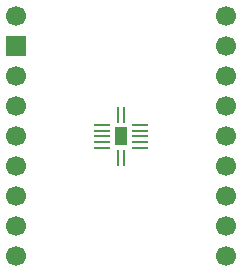
<source format=gts>
G04 #@! TF.GenerationSoftware,KiCad,Pcbnew,9.0.6*
G04 #@! TF.CreationDate,2026-01-02T20:57:35-06:00*
G04 #@! TF.ProjectId,DHVQFN-14_3x2.5_P0.5,44485651-464e-42d3-9134-5f3378322e35,rev?*
G04 #@! TF.SameCoordinates,Original*
G04 #@! TF.FileFunction,Soldermask,Top*
G04 #@! TF.FilePolarity,Negative*
%FSLAX46Y46*%
G04 Gerber Fmt 4.6, Leading zero omitted, Abs format (unit mm)*
G04 Created by KiCad (PCBNEW 9.0.6) date 2026-01-02 20:57:35*
%MOMM*%
%LPD*%
G01*
G04 APERTURE LIST*
G04 Aperture macros list*
%AMRoundRect*
0 Rectangle with rounded corners*
0 $1 Rounding radius*
0 $2 $3 $4 $5 $6 $7 $8 $9 X,Y pos of 4 corners*
0 Add a 4 corners polygon primitive as box body*
4,1,4,$2,$3,$4,$5,$6,$7,$8,$9,$2,$3,0*
0 Add four circle primitives for the rounded corners*
1,1,$1+$1,$2,$3*
1,1,$1+$1,$4,$5*
1,1,$1+$1,$6,$7*
1,1,$1+$1,$8,$9*
0 Add four rect primitives between the rounded corners*
20,1,$1+$1,$2,$3,$4,$5,0*
20,1,$1+$1,$4,$5,$6,$7,0*
20,1,$1+$1,$6,$7,$8,$9,0*
20,1,$1+$1,$8,$9,$2,$3,0*%
G04 Aperture macros list end*
%ADD10R,1.000000X1.500000*%
%ADD11RoundRect,0.062500X-0.062500X-0.575000X0.062500X-0.575000X0.062500X0.575000X-0.062500X0.575000X0*%
%ADD12RoundRect,0.062500X-0.575000X-0.062500X0.575000X-0.062500X0.575000X0.062500X-0.575000X0.062500X0*%
%ADD13C,0.600000*%
%ADD14C,1.700000*%
%ADD15R,1.700000X1.700000*%
G04 APERTURE END LIST*
D10*
X133096000Y-111252000D03*
D11*
X133346000Y-109414500D03*
D12*
X134683500Y-110252000D03*
X134683500Y-110752000D03*
X134683500Y-111252000D03*
X134683500Y-111752000D03*
X134683500Y-112252000D03*
D11*
X133346000Y-113089500D03*
X132846000Y-113089500D03*
X132846000Y-109414500D03*
D12*
X131508500Y-112252000D03*
X131508500Y-111752000D03*
X131508500Y-111252000D03*
X131508500Y-110752000D03*
X131508500Y-110252000D03*
D13*
X133096000Y-111702000D03*
X133096000Y-110802000D03*
D14*
X124206000Y-121412000D03*
X124206000Y-118872000D03*
X124206000Y-116332000D03*
X124206000Y-113792000D03*
X124206000Y-111252000D03*
X124206000Y-108712000D03*
X124206000Y-106172000D03*
D15*
X124206000Y-103632000D03*
D14*
X124206000Y-101092000D03*
X141986000Y-121412000D03*
X141986000Y-118872000D03*
X141986000Y-116332000D03*
X141986000Y-113792000D03*
X141986000Y-111252000D03*
X141986000Y-108712000D03*
X141986000Y-106172000D03*
X141986000Y-103632000D03*
X141986000Y-101092000D03*
M02*

</source>
